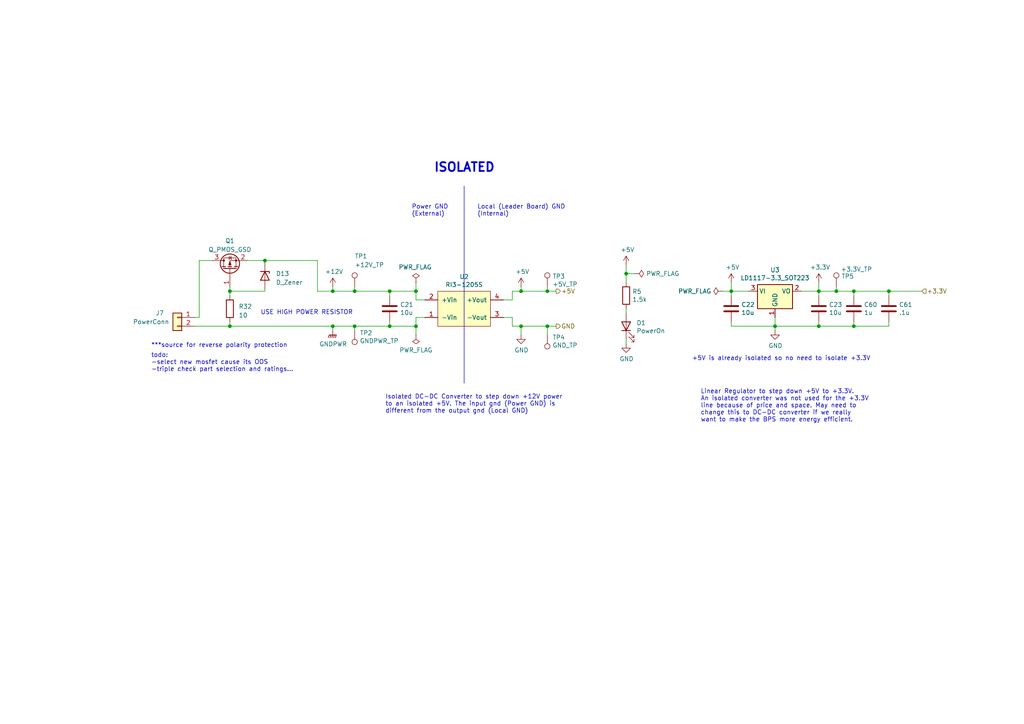
<source format=kicad_sch>
(kicad_sch (version 20230121) (generator eeschema)
  (paper "A4")
  (lib_symbols
    (symbol "Connector:TestPoint" (pin_numbers hide) (pin_names (offset 0.762) hide)
      (property "Reference" "TP" (at 0 6.858 0))
      (property "Value" "TestPoint" (at 0 5.08 0))
      (symbol "TestPoint_0_1"
        (circle (center 0 3.302) (radius 0.762))
      )
      (symbol "TestPoint_1_1"
        (pin passive line (at 0 0 90) (length 2.54) (name "1") (number "1"))
      )
    )
    (symbol "Connector_Generic:Conn_01x02" (pin_names (offset 1.016) hide)
      (property "Reference" "J" (at 0 2.54 0))
      (property "Value" "Conn_01x02" (at 0 -5.08 0))
      (symbol "Conn_01x02_1_1"
        (rectangle (start -1.27 -2.413) (end 0 -2.667) (stroke (width 0.1524)))
        (rectangle (start -1.27 0.127) (end 0 -0.127) (stroke (width 0.1524)))
        (rectangle (start -1.27 1.27) (end 1.27 -3.81) (stroke (width 0.254)) (fill (type background)))
        (pin passive line (at -5.08 0 0) (length 3.81) (name "Pin_1") (number "1"))
        (pin passive line (at -5.08 -2.54 0) (length 3.81) (name "Pin_2") (number "2"))
      )
    )
    (symbol "Device:C" (pin_numbers hide) (pin_names (offset 0.254))
      (property "Reference" "C" (at 0.635 2.54 0))
      (property "Value" "C" (at 0.635 -2.54 0))
      (symbol "C_0_1"
        (polyline (pts (xy -2.032 -0.762) (xy 2.032 -0.762)) (stroke (width 0.508)))
        (polyline (pts (xy -2.032 0.762) (xy 2.032 0.762)) (stroke (width 0.508)))
      )
      (symbol "C_1_1"
        (pin passive line (at 0 3.81 270) (length 2.794) (name "~") (number "1"))
        (pin passive line (at 0 -3.81 90) (length 2.794) (name "~") (number "2"))
      )
    )
    (symbol "Device:D_Zener" (pin_numbers hide) (pin_names (offset 1.016) hide)
      (property "Reference" "D" (at 0 2.54 0))
      (property "Value" "D_Zener" (at 0 -2.54 0))
      (symbol "D_Zener_0_1"
        (polyline (pts (xy 1.27 0) (xy -1.27 0)))
        (polyline (pts (xy -1.27 -1.27) (xy -1.27 1.27) (xy -0.762 1.27)) (stroke (width 0.254)))
        (polyline (pts (xy 1.27 -1.27) (xy 1.27 1.27) (xy -1.27 0) (xy 1.27 -1.27)) (stroke (width 0.254)))
      )
      (symbol "D_Zener_1_1"
        (pin passive line (at -3.81 0 0) (length 2.54) (name "K") (number "1"))
        (pin passive line (at 3.81 0 180) (length 2.54) (name "A") (number "2"))
      )
    )
    (symbol "Device:LED" (pin_numbers hide) (pin_names (offset 1.016) hide)
      (property "Reference" "D" (at 0 2.54 0))
      (property "Value" "LED" (at 0 -2.54 0))
      (symbol "LED_0_1"
        (polyline (pts (xy -1.27 -1.27) (xy -1.27 1.27)) (stroke (width 0.254)))
        (polyline (pts (xy -1.27 0) (xy 1.27 0)))
        (polyline (pts (xy 1.27 -1.27) (xy 1.27 1.27) (xy -1.27 0) (xy 1.27 -1.27)) (stroke (width 0.254)))
        (polyline (pts (xy -3.048 -0.762) (xy -4.572 -2.286) (xy -3.81 -2.286) (xy -4.572 -2.286) (xy -4.572 -1.524)))
        (polyline (pts (xy -1.778 -0.762) (xy -3.302 -2.286) (xy -2.54 -2.286) (xy -3.302 -2.286) (xy -3.302 -1.524)))
      )
      (symbol "LED_1_1"
        (pin passive line (at -3.81 0 0) (length 2.54) (name "K") (number "1"))
        (pin passive line (at 3.81 0 180) (length 2.54) (name "A") (number "2"))
      )
    )
    (symbol "Device:Q_PMOS_GSD" (pin_names (offset 0) hide)
      (property "Reference" "Q" (at 5.08 1.27 0))
      (property "Value" "Q_PMOS_GSD" (at 5.08 -1.27 0))
      (symbol "Q_PMOS_GSD_0_1"
        (polyline (pts (xy 0.254 0) (xy -2.54 0)))
        (polyline (pts (xy 0.254 1.905) (xy 0.254 -1.905)) (stroke (width 0.254)))
        (polyline (pts (xy 0.762 -1.27) (xy 0.762 -2.286)) (stroke (width 0.254)))
        (polyline (pts (xy 0.762 0.508) (xy 0.762 -0.508)) (stroke (width 0.254)))
        (polyline (pts (xy 0.762 2.286) (xy 0.762 1.27)) (stroke (width 0.254)))
        (polyline (pts (xy 2.54 2.54) (xy 2.54 1.778)))
        (polyline (pts (xy 2.54 -2.54) (xy 2.54 0) (xy 0.762 0)))
        (polyline (pts (xy 0.762 1.778) (xy 3.302 1.778) (xy 3.302 -1.778) (xy 0.762 -1.778)))
        (polyline (pts (xy 2.286 0) (xy 1.27 0.381) (xy 1.27 -0.381) (xy 2.286 0)) (fill (type outline)))
        (polyline (pts (xy 2.794 -0.508) (xy 2.921 -0.381) (xy 3.683 -0.381) (xy 3.81 -0.254)))
        (polyline (pts (xy 3.302 -0.381) (xy 2.921 0.254) (xy 3.683 0.254) (xy 3.302 -0.381)))
        (circle (center 1.651 0) (radius 2.794) (stroke (width 0.254)))
        (circle (center 2.54 -1.778) (radius 0.254) (fill (type outline)))
        (circle (center 2.54 1.778) (radius 0.254) (fill (type outline)))
      )
      (symbol "Q_PMOS_GSD_1_1"
        (pin input line (at -5.08 0 0) (length 2.54) (name "G") (number "1"))
        (pin passive line (at 2.54 -5.08 90) (length 2.54) (name "S") (number "2"))
        (pin passive line (at 2.54 5.08 270) (length 2.54) (name "D") (number "3"))
      )
    )
    (symbol "Device:R" (pin_numbers hide) (pin_names (offset 0))
      (property "Reference" "R" (at 2.032 0 90))
      (property "Value" "R" (at 0 0 90))
      (symbol "R_0_1"
        (rectangle (start -1.016 -2.54) (end 1.016 2.54) (stroke (width 0.254)))
      )
      (symbol "R_1_1"
        (pin passive line (at 0 3.81 270) (length 1.27) (name "~") (number "1"))
        (pin passive line (at 0 -3.81 90) (length 1.27) (name "~") (number "2"))
      )
    )
    (symbol "Regulator_Linear:LD1117S33TR_SOT223"
      (property "Reference" "U" (at -3.81 3.175 0))
      (property "Value" "LD1117S33TR_SOT223" (at 0 3.175 0))
      (symbol "LD1117S33TR_SOT223_0_1"
        (rectangle (start -5.08 -5.08) (end 5.08 1.905) (stroke (width 0.254)) (fill (type background)))
      )
      (symbol "LD1117S33TR_SOT223_1_1"
        (pin power_in line (at 0 -7.62 90) (length 2.54) (name "GND") (number "1"))
        (pin power_out line (at 7.62 0 180) (length 2.54) (name "VO") (number "2"))
        (pin power_in line (at -7.62 0 0) (length 2.54) (name "VI") (number "3"))
      )
    )
    (symbol "power:+12V" (power) (pin_names (offset 0))
      (property "Value" "+12V" (at 0 3.556 0))
      (symbol "+12V_0_1"
        (polyline (pts (xy -0.762 1.27) (xy 0 2.54)))
        (polyline (pts (xy 0 0) (xy 0 2.54)))
        (polyline (pts (xy 0 2.54) (xy 0.762 1.27)))
      )
      (symbol "+12V_1_1"
        (pin power_in line (at 0 0 90) (length 0) hide (name "+12V") (number "1"))
      )
    )
    (symbol "power:+3.3V" (power) (pin_names (offset 0))
      (property "Value" "+3.3V" (at 0 3.556 0))
      (symbol "+3.3V_0_1"
        (polyline (pts (xy -0.762 1.27) (xy 0 2.54)))
        (polyline (pts (xy 0 0) (xy 0 2.54)))
        (polyline (pts (xy 0 2.54) (xy 0.762 1.27)))
      )
      (symbol "+3.3V_1_1"
        (pin power_in line (at 0 0 90) (length 0) hide (name "+3.3V") (number "1"))
      )
    )
    (symbol "power:+5V" (power) (pin_names (offset 0))
      (property "Value" "+5V" (at 0 3.556 0))
      (symbol "+5V_0_1"
        (polyline (pts (xy -0.762 1.27) (xy 0 2.54)))
        (polyline (pts (xy 0 0) (xy 0 2.54)))
        (polyline (pts (xy 0 2.54) (xy 0.762 1.27)))
      )
      (symbol "+5V_1_1"
        (pin power_in line (at 0 0 90) (length 0) hide (name "+5V") (number "1"))
      )
    )
    (symbol "power:GND" (power) (pin_names (offset 0))
      (property "Value" "GND" (at 0 -3.81 0))
      (symbol "GND_0_1"
        (polyline (pts (xy 0 0) (xy 0 -1.27) (xy 1.27 -1.27) (xy 0 -2.54) (xy -1.27 -1.27) (xy 0 -1.27)))
      )
      (symbol "GND_1_1"
        (pin power_in line (at 0 0 270) (length 0) hide (name "GND") (number "1"))
      )
    )
    (symbol "power:GNDPWR" (power) (pin_names (offset 0))
      (property "Value" "GNDPWR" (at 0 -3.302 0))
      (symbol "GNDPWR_0_1"
        (polyline (pts (xy 0 -1.27) (xy 0 0)))
        (polyline (pts (xy -1.016 -1.27) (xy -1.27 -2.032) (xy -1.27 -2.032)) (stroke (width 0.2032)))
        (polyline (pts (xy -0.508 -1.27) (xy -0.762 -2.032) (xy -0.762 -2.032)) (stroke (width 0.2032)))
        (polyline (pts (xy 0 -1.27) (xy -0.254 -2.032) (xy -0.254 -2.032)) (stroke (width 0.2032)))
        (polyline (pts (xy 0.508 -1.27) (xy 0.254 -2.032) (xy 0.254 -2.032)) (stroke (width 0.2032)))
        (polyline (pts (xy 1.016 -1.27) (xy -1.016 -1.27) (xy -1.016 -1.27)) (stroke (width 0.2032)))
        (polyline (pts (xy 1.016 -1.27) (xy 0.762 -2.032) (xy 0.762 -2.032) (xy 0.762 -2.032)) (stroke (width 0.2032)))
      )
      (symbol "GNDPWR_1_1"
        (pin power_in line (at 0 0 270) (length 0) hide (name "GNDPWR") (number "1"))
      )
    )
    (symbol "power:PWR_FLAG" (power) (pin_numbers hide) (pin_names (offset 0) hide)
      (property "Value" "PWR_FLAG" (at 0 3.81 0))
      (symbol "PWR_FLAG_0_0"
        (pin power_out line (at 0 0 90) (length 0) (name "pwr") (number "1"))
      )
      (symbol "PWR_FLAG_0_1"
        (polyline (pts (xy 0 0) (xy 0 1.27) (xy -1.016 1.905) (xy 0 2.54) (xy 1.016 1.905) (xy 0 1.27)))
      )
    )
    (symbol "utsvt-power-regulators:RI3-1205S" (pin_names (offset 1.016))
      (property "Reference" "U" (at 0 3.81 0))
      (property "Value" "RI3-1205S" (at 0 1.27 0))
      (symbol "RI3-1205S_0_1"
        (rectangle (start -7.62 0) (end 7.62 -10.16) (fill (type background)))
      )
      (symbol "RI3-1205S_1_1"
        (pin input line (at -11.43 -7.62 0) (length 3.81) (name "-Vin") (number "1"))
        (pin power_in line (at -11.43 -2.54 0) (length 3.81) (name "+Vin") (number "2"))
        (pin power_out line (at 11.43 -7.62 180) (length 3.81) (name "-Vout") (number "3"))
        (pin power_out line (at 11.43 -2.54 180) (length 3.81) (name "+Vout") (number "4"))
      )
    )
  )
  (junction (at 102.87 84.455))
  (junction (at 237.49 94.615))
  (junction (at 257.81 84.455))
  (junction (at 181.61 79.375))
  (junction (at 242.57 84.455))
  (junction (at 158.75 84.455))
  (junction (at 224.79 94.615))
  (junction (at 247.65 94.615))
  (junction (at 212.09 84.455))
  (junction (at 158.75 94.615))
  (junction (at 247.65 84.455))
  (junction (at 96.52 84.455))
  (junction (at 102.87 94.615))
  (junction (at 66.675 94.615))
  (junction (at 120.65 94.615))
  (junction (at 76.835 75.565))
  (junction (at 237.49 84.455))
  (junction (at 113.03 94.615))
  (junction (at 151.13 94.615))
  (junction (at 151.13 84.455))
  (junction (at 96.52 94.615))
  (junction (at 113.03 84.455))
  (junction (at 66.675 84.455))
  (junction (at 120.65 84.455))
  (wire (pts (xy 102.87 83.185) (xy 102.87 84.455)))
  (wire (pts (xy 120.65 84.455) (xy 120.65 86.995)))
  (wire (pts (xy 66.675 94.615) (xy 96.52 94.615)))
  (wire (pts (xy 76.835 75.565) (xy 76.835 76.2)))
  (wire (pts (xy 57.785 75.565) (xy 57.785 92.075)))
  (wire (pts (xy 151.13 84.455) (xy 158.75 84.455)))
  (wire (pts (xy 76.835 83.82) (xy 76.835 84.455)))
  (wire (pts (xy 224.79 94.615) (xy 224.79 95.885)))
  (wire (pts (xy 56.515 94.615) (xy 66.675 94.615)))
  (wire (pts (xy 267.335 84.455) (xy 257.81 84.455)))
  (wire (pts (xy 224.79 92.075) (xy 224.79 94.615)))
  (wire (pts (xy 237.49 81.915) (xy 237.49 84.455)))
  (wire (pts (xy 181.61 99.695) (xy 181.61 98.425)))
  (wire (pts (xy 247.65 84.455) (xy 242.57 84.455)))
  (wire (pts (xy 181.61 76.835) (xy 181.61 79.375)))
  (wire (pts (xy 96.52 84.455) (xy 102.87 84.455)))
  (wire (pts (xy 161.29 94.615) (xy 158.75 94.615)))
  (wire (pts (xy 151.13 97.155) (xy 151.13 94.615)))
  (wire (pts (xy 76.835 75.565) (xy 92.075 75.565)))
  (wire (pts (xy 113.03 94.615) (xy 120.65 94.615)))
  (wire (pts (xy 120.65 81.915) (xy 120.65 84.455)))
  (wire (pts (xy 242.57 83.185) (xy 242.57 84.455)))
  (wire (pts (xy 257.81 84.455) (xy 257.81 85.725)))
  (wire (pts (xy 148.59 94.615) (xy 151.13 94.615)))
  (wire (pts (xy 224.79 94.615) (xy 237.49 94.615)))
  (wire (pts (xy 120.65 94.615) (xy 120.65 97.155)))
  (wire (pts (xy 66.675 84.455) (xy 76.835 84.455)))
  (wire (pts (xy 146.05 92.075) (xy 148.59 92.075)))
  (wire (pts (xy 66.675 84.455) (xy 66.675 85.725)))
  (wire (pts (xy 247.65 84.455) (xy 247.65 85.725)))
  (wire (pts (xy 92.075 75.565) (xy 92.075 84.455)))
  (wire (pts (xy 181.61 79.375) (xy 181.61 81.915)))
  (wire (pts (xy 184.15 79.375) (xy 181.61 79.375)))
  (wire (pts (xy 232.41 84.455) (xy 237.49 84.455)))
  (wire (pts (xy 120.65 86.995) (xy 123.19 86.995)))
  (wire (pts (xy 217.17 84.455) (xy 212.09 84.455)))
  (wire (pts (xy 158.75 83.185) (xy 158.75 84.455)))
  (wire (pts (xy 96.52 94.615) (xy 102.87 94.615)))
  (wire (pts (xy 257.81 94.615) (xy 257.81 93.345)))
  (wire (pts (xy 57.785 92.075) (xy 56.515 92.075)))
  (wire (pts (xy 237.49 94.615) (xy 237.49 93.345)))
  (wire (pts (xy 158.75 94.615) (xy 151.13 94.615)))
  (wire (pts (xy 71.755 75.565) (xy 76.835 75.565)))
  (wire (pts (xy 247.65 94.615) (xy 257.81 94.615)))
  (wire (pts (xy 102.87 84.455) (xy 113.03 84.455)))
  (wire (pts (xy 257.81 84.455) (xy 247.65 84.455)))
  (wire (pts (xy 148.59 86.995) (xy 148.59 84.455)))
  (wire (pts (xy 113.03 84.455) (xy 120.65 84.455)))
  (wire (pts (xy 120.65 92.075) (xy 123.19 92.075)))
  (wire (pts (xy 151.13 83.185) (xy 151.13 84.455)))
  (wire (pts (xy 102.87 95.885) (xy 102.87 94.615)))
  (wire (pts (xy 158.75 84.455) (xy 161.29 84.455)))
  (wire (pts (xy 66.675 93.345) (xy 66.675 94.615)))
  (wire (pts (xy 148.59 84.455) (xy 151.13 84.455)))
  (wire (pts (xy 113.03 93.345) (xy 113.03 94.615)))
  (wire (pts (xy 102.87 94.615) (xy 113.03 94.615)))
  (wire (pts (xy 212.09 81.915) (xy 212.09 84.455)))
  (wire (pts (xy 247.65 94.615) (xy 247.65 93.345)))
  (wire (pts (xy 242.57 84.455) (xy 237.49 84.455)))
  (polyline (pts (xy 134.62 53.975) (xy 134.62 111.125)))
  (wire (pts (xy 146.05 86.995) (xy 148.59 86.995)))
  (wire (pts (xy 237.49 94.615) (xy 247.65 94.615)))
  (wire (pts (xy 209.55 84.455) (xy 212.09 84.455)))
  (wire (pts (xy 158.75 97.155) (xy 158.75 94.615)))
  (wire (pts (xy 57.785 75.565) (xy 61.595 75.565)))
  (wire (pts (xy 148.59 92.075) (xy 148.59 94.615)))
  (wire (pts (xy 212.09 93.345) (xy 212.09 94.615)))
  (wire (pts (xy 120.65 92.075) (xy 120.65 94.615)))
  (wire (pts (xy 237.49 84.455) (xy 237.49 85.725)))
  (wire (pts (xy 66.675 83.185) (xy 66.675 84.455)))
  (wire (pts (xy 96.52 83.185) (xy 96.52 84.455)))
  (wire (pts (xy 212.09 84.455) (xy 212.09 85.725)))
  (wire (pts (xy 212.09 94.615) (xy 224.79 94.615)))
  (wire (pts (xy 96.52 94.615) (xy 96.52 95.885)))
  (wire (pts (xy 92.075 84.455) (xy 96.52 84.455)))
  (wire (pts (xy 113.03 85.725) (xy 113.03 84.455)))
  (wire (pts (xy 181.61 90.805) (xy 181.61 89.535)))
  (text "Power GND\n(External)" (at 119.38 62.865 0) (effects (font (size 1.27 1.27)) (justify left bottom)))
  (text "USE HIGH POWER RESISTOR" (at 75.565 91.44 0) (effects (font (size 1.27 1.27)) (justify left bottom)))
  (text "Linear Regulator to step down +5V to +3.3V.\nAn isolated converter was not used for the +3.3V\nline because of price and space. May need to\nchange this to DC-DC converter if we really\nwant to make the BPS more energy efficient." (at 203.2 122.555 0) (effects (font (size 1.27 1.27)) (justify left bottom)))
  (text "Isolated DC-DC Converter to step down +12V power\nto an isolated +5V. The input gnd (Power GND) is\ndifferent from the output gnd (Local GND)" (at 111.76 120.015 0) (effects (font (size 1.27 1.27)) (justify left bottom)))
  (text "Local (Leader Board) GND\n(Internal)" (at 138.43 62.865 0) (effects (font (size 1.27 1.27)) (justify left bottom)))
  (text "ISOLATED" (at 125.73 50.165 0) (effects (font (size 2.54 2.54) (thickness 0.508) bold) (justify left bottom)))
  (text "todo:\n-select new mosfet cause its OOS\n-triple check part selection and ratings..." (at 43.815 107.95 0) (effects (font (size 1.27 1.27)) (justify left bottom)))
  (text "***source for reverse polarity protection" (at 43.815 100.965 0) (effects (font (size 1.27 1.27)) (justify left bottom)))
  (text "+5V is already isolated so no need to isolate +3.3V" (at 200.66 104.775 0) (effects (font (size 1.27 1.27)) (justify left bottom)))
  (hierarchical_label "+5V" (shape output) (at 161.29 84.455 0))
  (hierarchical_label "GND" (shape output) (at 161.29 94.615 0))
  (hierarchical_label "+3.3V" (shape input) (at 267.335 84.455 0))
  (symbol (lib_id "power:+12V") (at 96.52 83.185 0) (unit 1)
    (property "Reference" "#PWR0123" (effects hide))
    (property "Value" "+12V" (at 96.901 78.7908 0))
  )
  (symbol (lib_id "Device:C") (at 113.03 89.535 0) (unit 1)
    (property "Reference" "C21" (at 116.0272 88.3666 0) (effects (justify left)))
    (property "Value" "10u" (at 116.0272 90.678 0) (effects (justify left)))
    (property "Footprint" "UTSVT_Passive:C_2220_5750Metric" (effects hide))
    (property "Datasheet" "https://www.mouser.com/datasheet/2/40/X7RDielectric-2943470.pdf" (effects hide))
    (property "P/N" "22201C106KAT2A" (effects hide))
  )
  (symbol (lib_id "power:+5V") (at 151.13 83.185 0) (unit 1)
    (property "Reference" "#PWR0124" (effects hide))
    (property "Value" "+5V" (at 151.511 78.7908 0))
  )
  (symbol (lib_id "Connector:TestPoint") (at 102.87 83.185 0) (unit 1)
    (property "Reference" "TP1" (at 102.87 74.295 0) (effects (justify left)))
    (property "Value" "+12V_TP" (at 102.87 76.835 0) (effects (justify left)))
    (property "Footprint" "TestPoint:TestPoint_Keystone_5005-5009_Compact" (effects hide))
    (property "Datasheet" "https://www.mouser.com/datasheet/2/215/5005_5009-741322.pdf" (effects hide))
    (property "P/N" "5005" (effects hide))
  )
  (symbol (lib_id "Connector:TestPoint") (at 158.75 83.185 0) (unit 1)
    (property "Reference" "TP3" (at 160.2232 80.137 0) (effects (justify left)))
    (property "Value" "+5V_TP" (at 160.2232 82.4484 0) (effects (justify left)))
    (property "Footprint" "TestPoint:TestPoint_Keystone_5005-5009_Compact" (effects hide))
    (property "Datasheet" "https://www.mouser.com/datasheet/2/215/5005_5009-741322.pdf" (effects hide))
    (property "P/N" "5005" (effects hide))
  )
  (symbol (lib_id "Connector:TestPoint") (at 158.75 97.155 180) (unit 1)
    (property "Reference" "TP4" (at 160.2232 97.8408 0) (effects (justify right)))
    (property "Value" "GND_TP" (at 160.2232 100.1522 0) (effects (justify right)))
    (property "Footprint" "TestPoint:TestPoint_Keystone_5005-5009_Compact" (effects hide))
    (property "Datasheet" "https://www.mouser.com/datasheet/2/215/5005_5009-741322.pdf" (effects hide))
    (property "P/N" "5005" (effects hide))
  )
  (symbol (lib_id "utsvt-power-regulators:RI3-1205S") (at 134.62 84.455 0) (unit 1)
    (property "Reference" "U2" (at 134.62 80.264 0))
    (property "Value" "RI3-1205S" (at 134.62 82.5754 0))
    (property "Footprint" "UTSVT_ICs:RI3_DC_Converter" (effects hide))
    (property "Datasheet" "https://www.mouser.com/datasheet/2/468/RI3-1711119.pdf" (effects hide))
    (property "P/N" "RI3-1205S" (effects hide))
  )
  (symbol (lib_id "power:GND") (at 151.13 97.155 0) (unit 1)
    (property "Reference" "#PWR0127" (effects hide))
    (property "Value" "GND" (at 151.257 101.5492 0))
  )
  (symbol (lib_id "power:GNDPWR") (at 96.52 95.885 0) (unit 1)
    (property "Reference" "#PWR0128" (effects hide))
    (property "Value" "GNDPWR" (at 96.6216 99.7966 0))
  )
  (symbol (lib_id "power:GND") (at 181.61 99.695 0) (unit 1)
    (property "Reference" "#PWR0125" (effects hide))
    (property "Value" "GND" (at 181.737 104.0892 0))
  )
  (symbol (lib_id "Device:LED") (at 181.61 94.615 90) (unit 1)
    (property "Reference" "D1" (at 184.6072 93.6498 90) (effects (justify right)))
    (property "Value" "PowerOn" (at 184.6072 95.9612 90) (effects (justify right)))
    (property "Footprint" "LED_SMD:LED_0805_2012Metric" (effects hide))
    (property "Datasheet" "https://www.mouser.com/datasheet/2/216/APTD2012LCGCK-1102037.pdf" (effects hide))
    (property "Color" "Green" (effects hide))
    (property "P/N" "APTD2012LCGCK" (effects hide))
    (property "Vf" "1.9V" (effects hide))
    (property "If" "2mA" (effects hide))
  )
  (symbol (lib_id "Device:R") (at 181.61 85.725 0) (unit 1)
    (property "Reference" "R5" (at 183.388 84.5566 0) (effects (justify left)))
    (property "Value" "1.5k" (at 183.388 86.868 0) (effects (justify left)))
    (property "Footprint" "Resistor_SMD:R_0805_2012Metric" (effects hide))
    (property "Datasheet" "https://www.mouser.com/datasheet/2/427/dcrcwe3-1762152.pdf" (effects hide))
    (property "P/N" "CRCW080521K5FKEA" (effects hide))
  )
  (symbol (lib_id "power:+5V") (at 181.61 76.835 0) (unit 1)
    (property "Reference" "#PWR0126" (effects hide))
    (property "Value" "+5V" (at 181.991 72.4408 0))
  )
  (symbol (lib_id "power:+5V") (at 212.09 81.915 0) (unit 1)
    (property "Reference" "#PWR0129" (effects hide))
    (property "Value" "+5V" (at 212.471 77.5208 0))
  )
  (symbol (lib_id "Regulator_Linear:LD1117S33TR_SOT223") (at 224.79 84.455 0) (unit 1)
    (property "Reference" "U3" (at 224.79 78.3082 0))
    (property "Value" "LD1117-3.3_SOT223" (at 224.79 80.6196 0))
    (property "Footprint" "Package_TO_SOT_SMD:SOT-223-3_TabPin2" (effects hide))
    (property "Datasheet" "https://www.mouser.com/datasheet/2/389/ld1117-1849389.pdf" (effects hide))
    (property "P/N" "LD1117S33TR" (effects hide))
  )
  (symbol (lib_id "Device:C") (at 212.09 89.535 0) (unit 1)
    (property "Reference" "C22" (at 215.011 88.3666 0) (effects (justify left)))
    (property "Value" "10u" (at 215.011 90.678 0) (effects (justify left)))
    (property "Footprint" "Capacitor_SMD:C_0805_2012Metric" (effects hide))
    (property "Datasheet" "https://www.mouser.com/datasheet/2/40/AVX_X7RDielectric_777024-1853642.pdf" (effects hide))
    (property "P/N" "0805YC106KAT2A" (effects hide))
  )
  (symbol (lib_id "Device:C") (at 237.49 89.535 0) (unit 1)
    (property "Reference" "C23" (at 240.411 88.3666 0) (effects (justify left)))
    (property "Value" "10u" (at 240.411 90.678 0) (effects (justify left)))
    (property "Footprint" "Capacitor_SMD:C_0805_2012Metric" (effects hide))
    (property "Datasheet" "https://www.mouser.com/datasheet/2/40/AVX_X7RDielectric_777024-1853642.pdf" (effects hide))
    (property "P/N" "0805YC106KAT2A" (effects hide))
  )
  (symbol (lib_id "power:GND") (at 224.79 95.885 0) (unit 1)
    (property "Reference" "#PWR0130" (effects hide))
    (property "Value" "GND" (at 224.917 100.2792 0))
  )
  (symbol (lib_id "power:+3.3V") (at 237.49 81.915 0) (unit 1)
    (property "Reference" "#PWR0131" (effects hide))
    (property "Value" "+3.3V" (at 237.871 77.5208 0))
  )
  (symbol (lib_id "Connector:TestPoint") (at 242.57 83.185 0) (unit 1)
    (property "Reference" "TP5" (at 244.0432 80.137 0) (effects (justify left)))
    (property "Value" "+3.3V_TP" (at 243.84 78.105 0) (effects (justify left)))
    (property "Footprint" "TestPoint:TestPoint_Keystone_5005-5009_Compact" (effects hide))
    (property "Datasheet" "https://www.mouser.com/datasheet/2/215/5005_5009-741322.pdf" (effects hide))
    (property "P/N" "5005" (effects hide))
  )
  (symbol (lib_id "Connector:TestPoint") (at 102.87 95.885 180) (unit 1)
    (property "Reference" "TP2" (at 104.3432 96.5708 0) (effects (justify right)))
    (property "Value" "GNDPWR_TP" (at 104.3432 98.8822 0) (effects (justify right)))
    (property "Footprint" "TestPoint:TestPoint_Keystone_5005-5009_Compact" (effects hide))
    (property "Datasheet" "https://www.mouser.com/datasheet/2/215/5005_5009-741322.pdf" (effects hide))
    (property "P/N" "5005" (effects hide))
  )
  (symbol (lib_id "Connector_Generic:Conn_01x02") (at 51.435 92.075 0) (mirror y) (unit 1)
    (property "Reference" "J7" (at 46.355 90.805 0))
    (property "Value" "PowerConn" (at 43.815 93.345 0))
    (property "Footprint" "UTSVT_Connectors:Molex_MicroFit3.0_1x2xP3.00mm_PolarizingPeg_Vertical" (effects hide))
    (property "Datasheet" "https://www.mouser.com/datasheet/2/276/0436500227_PCB_HEADERS-168471.pdf" (effects hide))
    (property "P/N" "43650-0227" (effects hide))
  )
  (symbol (lib_id "power:PWR_FLAG") (at 209.55 84.455 90) (unit 1)
    (property "Reference" "#FLG0101" (effects hide))
    (property "Value" "PWR_FLAG" (at 206.3242 84.455 90) (effects (justify left)))
  )
  (symbol (lib_id "power:PWR_FLAG") (at 120.65 97.155 180) (unit 1)
    (property "Reference" "#FLG0102" (effects hide))
    (property "Value" "PWR_FLAG" (at 120.65 101.5492 0))
  )
  (symbol (lib_id "power:PWR_FLAG") (at 184.15 79.375 270) (unit 1)
    (property "Reference" "#FLG0103" (effects hide))
    (property "Value" "PWR_FLAG" (at 187.4012 79.375 90) (effects (justify left)))
  )
  (symbol (lib_id "Device:D_Zener") (at 76.835 80.01 270) (unit 1)
    (property "Reference" "D13" (at 80.01 79.375 90) (effects (justify left)))
    (property "Value" "D_Zener" (at 80.01 81.915 90) (effects (justify left)))
    (property "Footprint" "Diode_SMD:D_SOD-123F" (effects hide))
    (property "Datasheet" "https://www.mouser.com/datasheet/2/916/HPZR_Q_SER-3045048.pdf" (effects hide))
    (property "P/N" "HPZR-C19-QX" (effects hide))
  )
  (symbol (lib_id "Device:R") (at 66.675 89.535 0) (unit 1)
    (property "Reference" "R32" (at 69.215 88.9 0) (effects (justify left)))
    (property "Value" "10" (at 69.215 91.44 0) (effects (justify left)))
    (property "Footprint" "Resistor_SMD:R_0805_2012Metric" (effects hide))
  )
  (symbol (lib_id "Device:C") (at 247.65 89.535 0) (unit 1)
    (property "Reference" "C60" (at 250.571 88.3666 0) (effects (justify left)))
    (property "Value" "1u" (at 250.571 90.678 0) (effects (justify left)))
    (property "Footprint" "Capacitor_SMD:C_0805_2012Metric" (effects hide))
    (property "Datasheet" "https://www.mouser.com/datasheet/2/40/AVX_X7RDielectric_777024-1853642.pdf" (effects hide))
    (property "P/N" "0805YC106KAT2A" (effects hide))
  )
  (symbol (lib_id "power:PWR_FLAG") (at 120.65 81.915 0) (unit 1)
    (property "Reference" "#FLG01" (effects hide))
    (property "Value" "PWR_FLAG" (at 115.57 77.47 0) (effects (justify left)))
  )
  (symbol (lib_id "Device:C") (at 257.81 89.535 0) (unit 1)
    (property "Reference" "C61" (at 260.731 88.3666 0) (effects (justify left)))
    (property "Value" ".1u" (at 260.731 90.678 0) (effects (justify left)))
    (property "Footprint" "Capacitor_SMD:C_0805_2012Metric" (effects hide))
    (property "Datasheet" "https://www.mouser.com/datasheet/2/40/AVX_X7RDielectric_777024-1853642.pdf" (effects hide))
    (property "P/N" "0805YC106KAT2A" (effects hide))
  )
  (symbol (lib_id "Device:Q_PMOS_GSD") (at 66.675 78.105 90) (unit 1)
    (property "Reference" "Q1" (at 66.675 69.85 90))
    (property "Value" "Q_PMOS_GSD" (at 66.675 72.39 90))
    (property "Footprint" "Package_TO_SOT_SMD:SuperSOT-3" (effects hide))
    (property "Datasheet" "https://www.mouser.com/datasheet/2/308/1/FDN360P_D-2312718.pdf" (effects hide))
    (property "P/N" "FDN360P" (effects hide))
  )
)
</source>
